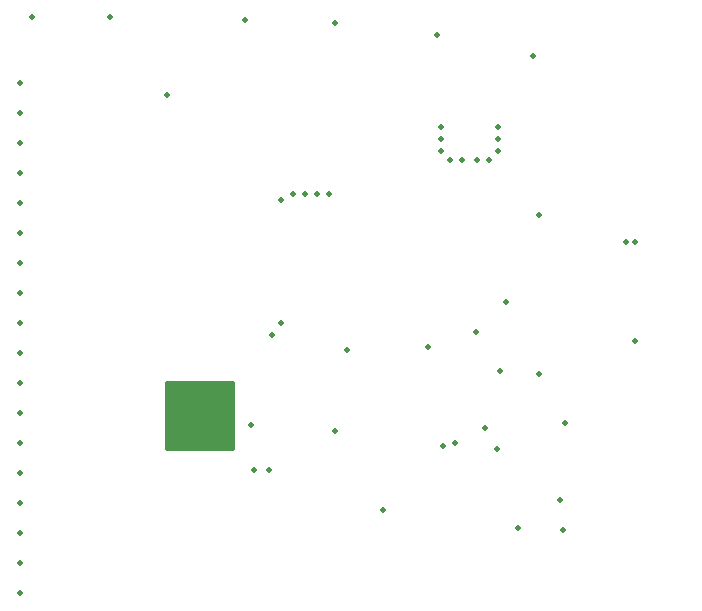
<source format=gbs>
G04 Layer_Color=16711935*
%FSLAX25Y25*%
%MOIN*%
G70*
G01*
G75*
G04:AMPARAMS|DCode=74|XSize=236.28mil|YSize=236.28mil|CornerRadius=13.61mil|HoleSize=0mil|Usage=FLASHONLY|Rotation=270.000|XOffset=0mil|YOffset=0mil|HoleType=Round|Shape=RoundedRectangle|*
%AMROUNDEDRECTD74*
21,1,0.23628,0.20906,0,0,270.0*
21,1,0.20906,0.23628,0,0,270.0*
1,1,0.02723,-0.10453,-0.10453*
1,1,0.02723,-0.10453,0.10453*
1,1,0.02723,0.10453,0.10453*
1,1,0.02723,0.10453,-0.10453*
%
%ADD74ROUNDEDRECTD74*%
%ADD75C,0.00400*%
%ADD76C,0.01975*%
D74*
X114000Y75000D02*
D03*
D75*
X106299Y15748D02*
D03*
X275590Y204724D02*
D03*
X106299D02*
D03*
X275590Y15748D02*
D03*
D76*
X129000Y207000D02*
D03*
X103000Y182000D02*
D03*
X159000Y206000D02*
D03*
X141000Y147000D02*
D03*
X157000Y149000D02*
D03*
X153000D02*
D03*
X149000D02*
D03*
X145000D02*
D03*
X216000Y113000D02*
D03*
X209000Y71000D02*
D03*
X206000Y103000D02*
D03*
X259000Y133000D02*
D03*
X190000Y98000D02*
D03*
X193000Y202000D02*
D03*
X141000Y106000D02*
D03*
X138000Y102000D02*
D03*
X131000Y72000D02*
D03*
X132000Y57000D02*
D03*
X137000D02*
D03*
X235000Y37000D02*
D03*
X234000Y47000D02*
D03*
X220043Y37882D02*
D03*
X235705Y72882D02*
D03*
X256000Y133000D02*
D03*
X225000Y195000D02*
D03*
X227000Y89000D02*
D03*
Y142000D02*
D03*
X214000Y90000D02*
D03*
X174980Y43882D02*
D03*
X194480Y171382D02*
D03*
Y167382D02*
D03*
Y163382D02*
D03*
X213480Y171382D02*
D03*
Y167382D02*
D03*
Y163382D02*
D03*
X210480Y160382D02*
D03*
X197480D02*
D03*
X201480D02*
D03*
X206480D02*
D03*
X54000Y26000D02*
D03*
Y16000D02*
D03*
Y36000D02*
D03*
Y46000D02*
D03*
Y56000D02*
D03*
Y66000D02*
D03*
Y76000D02*
D03*
Y86000D02*
D03*
Y96000D02*
D03*
Y106000D02*
D03*
Y116000D02*
D03*
Y126000D02*
D03*
Y136000D02*
D03*
Y146000D02*
D03*
Y156000D02*
D03*
Y166000D02*
D03*
Y176000D02*
D03*
Y186000D02*
D03*
X58000Y208000D02*
D03*
X84000D02*
D03*
X259000Y100000D02*
D03*
X199000Y66000D02*
D03*
X195000Y65000D02*
D03*
X213000Y64000D02*
D03*
X159000Y70000D02*
D03*
X163000Y97000D02*
D03*
M02*

</source>
